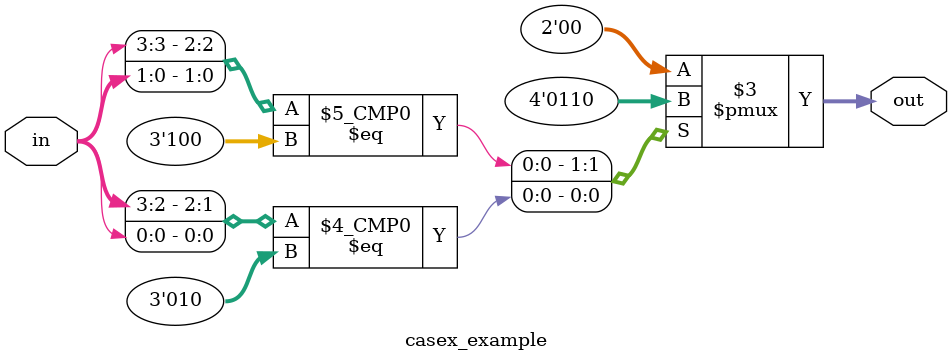
<source format=v>
module casex_example(input [3:0] in, output reg [1:0] out);
  always @(*) begin
    casex(in)
      4'b1x00: out = 2'b01;  
      4'b01x0: out = 2'b10;  
      default: out = 2'b00;
    endcase
  end
endmodule

</source>
